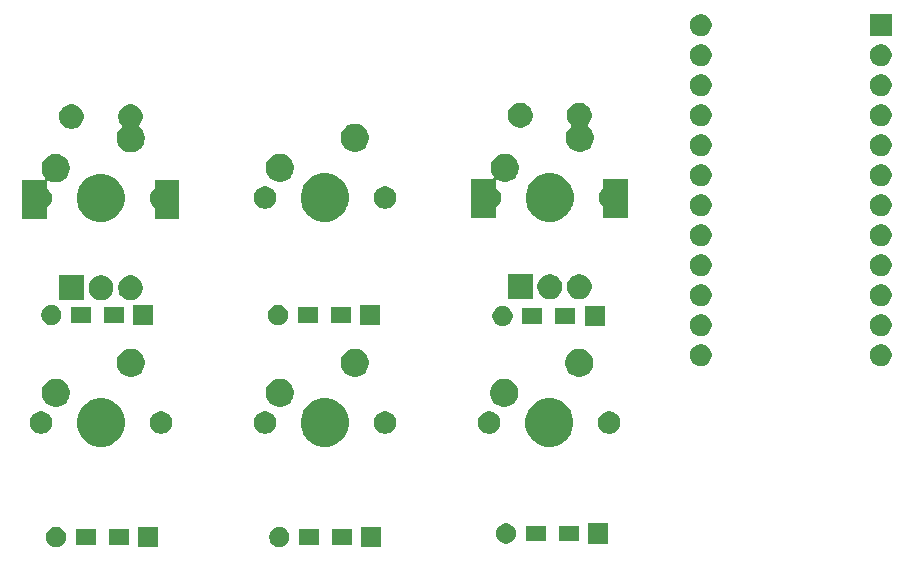
<source format=gts>
G04 #@! TF.GenerationSoftware,KiCad,Pcbnew,(5.1.5)-3*
G04 #@! TF.CreationDate,2020-07-09T22:20:04+02:00*
G04 #@! TF.ProjectId,2x3_macropad,3278335f-6d61-4637-926f-7061642e6b69,rev?*
G04 #@! TF.SameCoordinates,Original*
G04 #@! TF.FileFunction,Soldermask,Top*
G04 #@! TF.FilePolarity,Negative*
%FSLAX46Y46*%
G04 Gerber Fmt 4.6, Leading zero omitted, Abs format (unit mm)*
G04 Created by KiCad (PCBNEW (5.1.5)-3) date 2020-07-09 22:20:04*
%MOMM*%
%LPD*%
G04 APERTURE LIST*
%ADD10C,0.100000*%
G04 APERTURE END LIST*
D10*
G36*
X94251000Y-163251000D02*
G01*
X92549000Y-163251000D01*
X92549000Y-161549000D01*
X94251000Y-161549000D01*
X94251000Y-163251000D01*
G37*
G36*
X85848228Y-161581703D02*
G01*
X86003100Y-161645853D01*
X86142481Y-161738985D01*
X86261015Y-161857519D01*
X86354147Y-161996900D01*
X86418297Y-162151772D01*
X86451000Y-162316184D01*
X86451000Y-162483816D01*
X86418297Y-162648228D01*
X86354147Y-162803100D01*
X86261015Y-162942481D01*
X86142481Y-163061015D01*
X86003100Y-163154147D01*
X85848228Y-163218297D01*
X85683816Y-163251000D01*
X85516184Y-163251000D01*
X85351772Y-163218297D01*
X85196900Y-163154147D01*
X85057519Y-163061015D01*
X84938985Y-162942481D01*
X84845853Y-162803100D01*
X84781703Y-162648228D01*
X84749000Y-162483816D01*
X84749000Y-162316184D01*
X84781703Y-162151772D01*
X84845853Y-161996900D01*
X84938985Y-161857519D01*
X85057519Y-161738985D01*
X85196900Y-161645853D01*
X85351772Y-161581703D01*
X85516184Y-161549000D01*
X85683816Y-161549000D01*
X85848228Y-161581703D01*
G37*
G36*
X66948228Y-161581703D02*
G01*
X67103100Y-161645853D01*
X67242481Y-161738985D01*
X67361015Y-161857519D01*
X67454147Y-161996900D01*
X67518297Y-162151772D01*
X67551000Y-162316184D01*
X67551000Y-162483816D01*
X67518297Y-162648228D01*
X67454147Y-162803100D01*
X67361015Y-162942481D01*
X67242481Y-163061015D01*
X67103100Y-163154147D01*
X66948228Y-163218297D01*
X66783816Y-163251000D01*
X66616184Y-163251000D01*
X66451772Y-163218297D01*
X66296900Y-163154147D01*
X66157519Y-163061015D01*
X66038985Y-162942481D01*
X65945853Y-162803100D01*
X65881703Y-162648228D01*
X65849000Y-162483816D01*
X65849000Y-162316184D01*
X65881703Y-162151772D01*
X65945853Y-161996900D01*
X66038985Y-161857519D01*
X66157519Y-161738985D01*
X66296900Y-161645853D01*
X66451772Y-161581703D01*
X66616184Y-161549000D01*
X66783816Y-161549000D01*
X66948228Y-161581703D01*
G37*
G36*
X75351000Y-163251000D02*
G01*
X73649000Y-163251000D01*
X73649000Y-161549000D01*
X75351000Y-161549000D01*
X75351000Y-163251000D01*
G37*
G36*
X72851000Y-163051000D02*
G01*
X71149000Y-163051000D01*
X71149000Y-161749000D01*
X72851000Y-161749000D01*
X72851000Y-163051000D01*
G37*
G36*
X88951000Y-163051000D02*
G01*
X87249000Y-163051000D01*
X87249000Y-161749000D01*
X88951000Y-161749000D01*
X88951000Y-163051000D01*
G37*
G36*
X91751000Y-163051000D02*
G01*
X90049000Y-163051000D01*
X90049000Y-161749000D01*
X91751000Y-161749000D01*
X91751000Y-163051000D01*
G37*
G36*
X70051000Y-163051000D02*
G01*
X68349000Y-163051000D01*
X68349000Y-161749000D01*
X70051000Y-161749000D01*
X70051000Y-163051000D01*
G37*
G36*
X113451000Y-162951000D02*
G01*
X111749000Y-162951000D01*
X111749000Y-161249000D01*
X113451000Y-161249000D01*
X113451000Y-162951000D01*
G37*
G36*
X105048228Y-161281703D02*
G01*
X105203100Y-161345853D01*
X105342481Y-161438985D01*
X105461015Y-161557519D01*
X105554147Y-161696900D01*
X105618297Y-161851772D01*
X105651000Y-162016184D01*
X105651000Y-162183816D01*
X105618297Y-162348228D01*
X105554147Y-162503100D01*
X105461015Y-162642481D01*
X105342481Y-162761015D01*
X105203100Y-162854147D01*
X105048228Y-162918297D01*
X104883816Y-162951000D01*
X104716184Y-162951000D01*
X104551772Y-162918297D01*
X104396900Y-162854147D01*
X104257519Y-162761015D01*
X104138985Y-162642481D01*
X104045853Y-162503100D01*
X103981703Y-162348228D01*
X103949000Y-162183816D01*
X103949000Y-162016184D01*
X103981703Y-161851772D01*
X104045853Y-161696900D01*
X104138985Y-161557519D01*
X104257519Y-161438985D01*
X104396900Y-161345853D01*
X104551772Y-161281703D01*
X104716184Y-161249000D01*
X104883816Y-161249000D01*
X105048228Y-161281703D01*
G37*
G36*
X108151000Y-162751000D02*
G01*
X106449000Y-162751000D01*
X106449000Y-161449000D01*
X108151000Y-161449000D01*
X108151000Y-162751000D01*
G37*
G36*
X110951000Y-162751000D02*
G01*
X109249000Y-162751000D01*
X109249000Y-161449000D01*
X110951000Y-161449000D01*
X110951000Y-162751000D01*
G37*
G36*
X109056474Y-150751184D02*
G01*
X109274474Y-150841483D01*
X109428623Y-150905333D01*
X109763548Y-151129123D01*
X110048377Y-151413952D01*
X110272167Y-151748877D01*
X110294604Y-151803046D01*
X110426316Y-152121026D01*
X110504900Y-152516094D01*
X110504900Y-152918906D01*
X110426316Y-153313974D01*
X110336017Y-153531974D01*
X110272167Y-153686123D01*
X110048377Y-154021048D01*
X109763548Y-154305877D01*
X109428623Y-154529667D01*
X109274474Y-154593517D01*
X109056474Y-154683816D01*
X108661406Y-154762400D01*
X108258594Y-154762400D01*
X107863526Y-154683816D01*
X107645526Y-154593517D01*
X107491377Y-154529667D01*
X107156452Y-154305877D01*
X106871623Y-154021048D01*
X106647833Y-153686123D01*
X106583983Y-153531974D01*
X106493684Y-153313974D01*
X106415100Y-152918906D01*
X106415100Y-152516094D01*
X106493684Y-152121026D01*
X106625396Y-151803046D01*
X106647833Y-151748877D01*
X106871623Y-151413952D01*
X107156452Y-151129123D01*
X107491377Y-150905333D01*
X107645526Y-150841483D01*
X107863526Y-150751184D01*
X108258594Y-150672600D01*
X108661406Y-150672600D01*
X109056474Y-150751184D01*
G37*
G36*
X90056474Y-150751184D02*
G01*
X90274474Y-150841483D01*
X90428623Y-150905333D01*
X90763548Y-151129123D01*
X91048377Y-151413952D01*
X91272167Y-151748877D01*
X91294604Y-151803046D01*
X91426316Y-152121026D01*
X91504900Y-152516094D01*
X91504900Y-152918906D01*
X91426316Y-153313974D01*
X91336017Y-153531974D01*
X91272167Y-153686123D01*
X91048377Y-154021048D01*
X90763548Y-154305877D01*
X90428623Y-154529667D01*
X90274474Y-154593517D01*
X90056474Y-154683816D01*
X89661406Y-154762400D01*
X89258594Y-154762400D01*
X88863526Y-154683816D01*
X88645526Y-154593517D01*
X88491377Y-154529667D01*
X88156452Y-154305877D01*
X87871623Y-154021048D01*
X87647833Y-153686123D01*
X87583983Y-153531974D01*
X87493684Y-153313974D01*
X87415100Y-152918906D01*
X87415100Y-152516094D01*
X87493684Y-152121026D01*
X87625396Y-151803046D01*
X87647833Y-151748877D01*
X87871623Y-151413952D01*
X88156452Y-151129123D01*
X88491377Y-150905333D01*
X88645526Y-150841483D01*
X88863526Y-150751184D01*
X89258594Y-150672600D01*
X89661406Y-150672600D01*
X90056474Y-150751184D01*
G37*
G36*
X71096474Y-150751184D02*
G01*
X71314474Y-150841483D01*
X71468623Y-150905333D01*
X71803548Y-151129123D01*
X72088377Y-151413952D01*
X72312167Y-151748877D01*
X72334604Y-151803046D01*
X72466316Y-152121026D01*
X72544900Y-152516094D01*
X72544900Y-152918906D01*
X72466316Y-153313974D01*
X72376017Y-153531974D01*
X72312167Y-153686123D01*
X72088377Y-154021048D01*
X71803548Y-154305877D01*
X71468623Y-154529667D01*
X71314474Y-154593517D01*
X71096474Y-154683816D01*
X70701406Y-154762400D01*
X70298594Y-154762400D01*
X69903526Y-154683816D01*
X69685526Y-154593517D01*
X69531377Y-154529667D01*
X69196452Y-154305877D01*
X68911623Y-154021048D01*
X68687833Y-153686123D01*
X68623983Y-153531974D01*
X68533684Y-153313974D01*
X68455100Y-152918906D01*
X68455100Y-152516094D01*
X68533684Y-152121026D01*
X68665396Y-151803046D01*
X68687833Y-151748877D01*
X68911623Y-151413952D01*
X69196452Y-151129123D01*
X69531377Y-150905333D01*
X69685526Y-150841483D01*
X69903526Y-150751184D01*
X70298594Y-150672600D01*
X70701406Y-150672600D01*
X71096474Y-150751184D01*
G37*
G36*
X84657395Y-151803046D02*
G01*
X84830466Y-151874734D01*
X84830467Y-151874735D01*
X84986227Y-151978810D01*
X85118690Y-152111273D01*
X85171081Y-152189682D01*
X85222766Y-152267034D01*
X85294454Y-152440105D01*
X85331000Y-152623833D01*
X85331000Y-152811167D01*
X85294454Y-152994895D01*
X85222766Y-153167966D01*
X85222765Y-153167967D01*
X85118690Y-153323727D01*
X84986227Y-153456190D01*
X84907818Y-153508581D01*
X84830466Y-153560266D01*
X84657395Y-153631954D01*
X84473667Y-153668500D01*
X84286333Y-153668500D01*
X84102605Y-153631954D01*
X83929534Y-153560266D01*
X83852182Y-153508581D01*
X83773773Y-153456190D01*
X83641310Y-153323727D01*
X83537235Y-153167967D01*
X83537234Y-153167966D01*
X83465546Y-152994895D01*
X83429000Y-152811167D01*
X83429000Y-152623833D01*
X83465546Y-152440105D01*
X83537234Y-152267034D01*
X83588919Y-152189682D01*
X83641310Y-152111273D01*
X83773773Y-151978810D01*
X83929533Y-151874735D01*
X83929534Y-151874734D01*
X84102605Y-151803046D01*
X84286333Y-151766500D01*
X84473667Y-151766500D01*
X84657395Y-151803046D01*
G37*
G36*
X65697395Y-151803046D02*
G01*
X65870466Y-151874734D01*
X65870467Y-151874735D01*
X66026227Y-151978810D01*
X66158690Y-152111273D01*
X66211081Y-152189682D01*
X66262766Y-152267034D01*
X66334454Y-152440105D01*
X66371000Y-152623833D01*
X66371000Y-152811167D01*
X66334454Y-152994895D01*
X66262766Y-153167966D01*
X66262765Y-153167967D01*
X66158690Y-153323727D01*
X66026227Y-153456190D01*
X65947818Y-153508581D01*
X65870466Y-153560266D01*
X65697395Y-153631954D01*
X65513667Y-153668500D01*
X65326333Y-153668500D01*
X65142605Y-153631954D01*
X64969534Y-153560266D01*
X64892182Y-153508581D01*
X64813773Y-153456190D01*
X64681310Y-153323727D01*
X64577235Y-153167967D01*
X64577234Y-153167966D01*
X64505546Y-152994895D01*
X64469000Y-152811167D01*
X64469000Y-152623833D01*
X64505546Y-152440105D01*
X64577234Y-152267034D01*
X64628919Y-152189682D01*
X64681310Y-152111273D01*
X64813773Y-151978810D01*
X64969533Y-151874735D01*
X64969534Y-151874734D01*
X65142605Y-151803046D01*
X65326333Y-151766500D01*
X65513667Y-151766500D01*
X65697395Y-151803046D01*
G37*
G36*
X75857395Y-151803046D02*
G01*
X76030466Y-151874734D01*
X76030467Y-151874735D01*
X76186227Y-151978810D01*
X76318690Y-152111273D01*
X76371081Y-152189682D01*
X76422766Y-152267034D01*
X76494454Y-152440105D01*
X76531000Y-152623833D01*
X76531000Y-152811167D01*
X76494454Y-152994895D01*
X76422766Y-153167966D01*
X76422765Y-153167967D01*
X76318690Y-153323727D01*
X76186227Y-153456190D01*
X76107818Y-153508581D01*
X76030466Y-153560266D01*
X75857395Y-153631954D01*
X75673667Y-153668500D01*
X75486333Y-153668500D01*
X75302605Y-153631954D01*
X75129534Y-153560266D01*
X75052182Y-153508581D01*
X74973773Y-153456190D01*
X74841310Y-153323727D01*
X74737235Y-153167967D01*
X74737234Y-153167966D01*
X74665546Y-152994895D01*
X74629000Y-152811167D01*
X74629000Y-152623833D01*
X74665546Y-152440105D01*
X74737234Y-152267034D01*
X74788919Y-152189682D01*
X74841310Y-152111273D01*
X74973773Y-151978810D01*
X75129533Y-151874735D01*
X75129534Y-151874734D01*
X75302605Y-151803046D01*
X75486333Y-151766500D01*
X75673667Y-151766500D01*
X75857395Y-151803046D01*
G37*
G36*
X113817395Y-151803046D02*
G01*
X113990466Y-151874734D01*
X113990467Y-151874735D01*
X114146227Y-151978810D01*
X114278690Y-152111273D01*
X114331081Y-152189682D01*
X114382766Y-152267034D01*
X114454454Y-152440105D01*
X114491000Y-152623833D01*
X114491000Y-152811167D01*
X114454454Y-152994895D01*
X114382766Y-153167966D01*
X114382765Y-153167967D01*
X114278690Y-153323727D01*
X114146227Y-153456190D01*
X114067818Y-153508581D01*
X113990466Y-153560266D01*
X113817395Y-153631954D01*
X113633667Y-153668500D01*
X113446333Y-153668500D01*
X113262605Y-153631954D01*
X113089534Y-153560266D01*
X113012182Y-153508581D01*
X112933773Y-153456190D01*
X112801310Y-153323727D01*
X112697235Y-153167967D01*
X112697234Y-153167966D01*
X112625546Y-152994895D01*
X112589000Y-152811167D01*
X112589000Y-152623833D01*
X112625546Y-152440105D01*
X112697234Y-152267034D01*
X112748919Y-152189682D01*
X112801310Y-152111273D01*
X112933773Y-151978810D01*
X113089533Y-151874735D01*
X113089534Y-151874734D01*
X113262605Y-151803046D01*
X113446333Y-151766500D01*
X113633667Y-151766500D01*
X113817395Y-151803046D01*
G37*
G36*
X103657395Y-151803046D02*
G01*
X103830466Y-151874734D01*
X103830467Y-151874735D01*
X103986227Y-151978810D01*
X104118690Y-152111273D01*
X104171081Y-152189682D01*
X104222766Y-152267034D01*
X104294454Y-152440105D01*
X104331000Y-152623833D01*
X104331000Y-152811167D01*
X104294454Y-152994895D01*
X104222766Y-153167966D01*
X104222765Y-153167967D01*
X104118690Y-153323727D01*
X103986227Y-153456190D01*
X103907818Y-153508581D01*
X103830466Y-153560266D01*
X103657395Y-153631954D01*
X103473667Y-153668500D01*
X103286333Y-153668500D01*
X103102605Y-153631954D01*
X102929534Y-153560266D01*
X102852182Y-153508581D01*
X102773773Y-153456190D01*
X102641310Y-153323727D01*
X102537235Y-153167967D01*
X102537234Y-153167966D01*
X102465546Y-152994895D01*
X102429000Y-152811167D01*
X102429000Y-152623833D01*
X102465546Y-152440105D01*
X102537234Y-152267034D01*
X102588919Y-152189682D01*
X102641310Y-152111273D01*
X102773773Y-151978810D01*
X102929533Y-151874735D01*
X102929534Y-151874734D01*
X103102605Y-151803046D01*
X103286333Y-151766500D01*
X103473667Y-151766500D01*
X103657395Y-151803046D01*
G37*
G36*
X94817395Y-151803046D02*
G01*
X94990466Y-151874734D01*
X94990467Y-151874735D01*
X95146227Y-151978810D01*
X95278690Y-152111273D01*
X95331081Y-152189682D01*
X95382766Y-152267034D01*
X95454454Y-152440105D01*
X95491000Y-152623833D01*
X95491000Y-152811167D01*
X95454454Y-152994895D01*
X95382766Y-153167966D01*
X95382765Y-153167967D01*
X95278690Y-153323727D01*
X95146227Y-153456190D01*
X95067818Y-153508581D01*
X94990466Y-153560266D01*
X94817395Y-153631954D01*
X94633667Y-153668500D01*
X94446333Y-153668500D01*
X94262605Y-153631954D01*
X94089534Y-153560266D01*
X94012182Y-153508581D01*
X93933773Y-153456190D01*
X93801310Y-153323727D01*
X93697235Y-153167967D01*
X93697234Y-153167966D01*
X93625546Y-152994895D01*
X93589000Y-152811167D01*
X93589000Y-152623833D01*
X93625546Y-152440105D01*
X93697234Y-152267034D01*
X93748919Y-152189682D01*
X93801310Y-152111273D01*
X93933773Y-151978810D01*
X94089533Y-151874735D01*
X94089534Y-151874734D01*
X94262605Y-151803046D01*
X94446333Y-151766500D01*
X94633667Y-151766500D01*
X94817395Y-151803046D01*
G37*
G36*
X104998276Y-149029384D02*
G01*
X105215569Y-149119390D01*
X105215571Y-149119391D01*
X105411130Y-149250060D01*
X105577440Y-149416370D01*
X105708110Y-149611931D01*
X105798116Y-149829224D01*
X105844000Y-150059900D01*
X105844000Y-150295100D01*
X105798116Y-150525776D01*
X105737299Y-150672600D01*
X105708109Y-150743071D01*
X105577440Y-150938630D01*
X105411130Y-151104940D01*
X105215571Y-151235609D01*
X105215570Y-151235610D01*
X105215569Y-151235610D01*
X104998276Y-151325616D01*
X104767600Y-151371500D01*
X104532400Y-151371500D01*
X104301724Y-151325616D01*
X104084431Y-151235610D01*
X104084430Y-151235610D01*
X104084429Y-151235609D01*
X103888870Y-151104940D01*
X103722560Y-150938630D01*
X103591891Y-150743071D01*
X103562701Y-150672600D01*
X103501884Y-150525776D01*
X103456000Y-150295100D01*
X103456000Y-150059900D01*
X103501884Y-149829224D01*
X103591890Y-149611931D01*
X103722560Y-149416370D01*
X103888870Y-149250060D01*
X104084429Y-149119391D01*
X104084431Y-149119390D01*
X104301724Y-149029384D01*
X104532400Y-148983500D01*
X104767600Y-148983500D01*
X104998276Y-149029384D01*
G37*
G36*
X67038276Y-149029384D02*
G01*
X67255569Y-149119390D01*
X67255571Y-149119391D01*
X67451130Y-149250060D01*
X67617440Y-149416370D01*
X67748110Y-149611931D01*
X67838116Y-149829224D01*
X67884000Y-150059900D01*
X67884000Y-150295100D01*
X67838116Y-150525776D01*
X67777299Y-150672600D01*
X67748109Y-150743071D01*
X67617440Y-150938630D01*
X67451130Y-151104940D01*
X67255571Y-151235609D01*
X67255570Y-151235610D01*
X67255569Y-151235610D01*
X67038276Y-151325616D01*
X66807600Y-151371500D01*
X66572400Y-151371500D01*
X66341724Y-151325616D01*
X66124431Y-151235610D01*
X66124430Y-151235610D01*
X66124429Y-151235609D01*
X65928870Y-151104940D01*
X65762560Y-150938630D01*
X65631891Y-150743071D01*
X65602701Y-150672600D01*
X65541884Y-150525776D01*
X65496000Y-150295100D01*
X65496000Y-150059900D01*
X65541884Y-149829224D01*
X65631890Y-149611931D01*
X65762560Y-149416370D01*
X65928870Y-149250060D01*
X66124429Y-149119391D01*
X66124431Y-149119390D01*
X66341724Y-149029384D01*
X66572400Y-148983500D01*
X66807600Y-148983500D01*
X67038276Y-149029384D01*
G37*
G36*
X85998276Y-149029384D02*
G01*
X86215569Y-149119390D01*
X86215571Y-149119391D01*
X86411130Y-149250060D01*
X86577440Y-149416370D01*
X86708110Y-149611931D01*
X86798116Y-149829224D01*
X86844000Y-150059900D01*
X86844000Y-150295100D01*
X86798116Y-150525776D01*
X86737299Y-150672600D01*
X86708109Y-150743071D01*
X86577440Y-150938630D01*
X86411130Y-151104940D01*
X86215571Y-151235609D01*
X86215570Y-151235610D01*
X86215569Y-151235610D01*
X85998276Y-151325616D01*
X85767600Y-151371500D01*
X85532400Y-151371500D01*
X85301724Y-151325616D01*
X85084431Y-151235610D01*
X85084430Y-151235610D01*
X85084429Y-151235609D01*
X84888870Y-151104940D01*
X84722560Y-150938630D01*
X84591891Y-150743071D01*
X84562701Y-150672600D01*
X84501884Y-150525776D01*
X84456000Y-150295100D01*
X84456000Y-150059900D01*
X84501884Y-149829224D01*
X84591890Y-149611931D01*
X84722560Y-149416370D01*
X84888870Y-149250060D01*
X85084429Y-149119391D01*
X85084431Y-149119390D01*
X85301724Y-149029384D01*
X85532400Y-148983500D01*
X85767600Y-148983500D01*
X85998276Y-149029384D01*
G37*
G36*
X92348276Y-146489384D02*
G01*
X92565569Y-146579390D01*
X92565571Y-146579391D01*
X92761130Y-146710060D01*
X92927440Y-146876370D01*
X93058110Y-147071931D01*
X93148116Y-147289224D01*
X93194000Y-147519900D01*
X93194000Y-147755100D01*
X93148116Y-147985776D01*
X93058110Y-148203069D01*
X93058109Y-148203071D01*
X92927440Y-148398630D01*
X92761130Y-148564940D01*
X92565571Y-148695609D01*
X92565570Y-148695610D01*
X92565569Y-148695610D01*
X92348276Y-148785616D01*
X92117600Y-148831500D01*
X91882400Y-148831500D01*
X91651724Y-148785616D01*
X91434431Y-148695610D01*
X91434430Y-148695610D01*
X91434429Y-148695609D01*
X91238870Y-148564940D01*
X91072560Y-148398630D01*
X90941891Y-148203071D01*
X90941890Y-148203069D01*
X90851884Y-147985776D01*
X90806000Y-147755100D01*
X90806000Y-147519900D01*
X90851884Y-147289224D01*
X90941890Y-147071931D01*
X91072560Y-146876370D01*
X91238870Y-146710060D01*
X91434429Y-146579391D01*
X91434431Y-146579390D01*
X91651724Y-146489384D01*
X91882400Y-146443500D01*
X92117600Y-146443500D01*
X92348276Y-146489384D01*
G37*
G36*
X111348276Y-146489384D02*
G01*
X111565569Y-146579390D01*
X111565571Y-146579391D01*
X111761130Y-146710060D01*
X111927440Y-146876370D01*
X112058110Y-147071931D01*
X112148116Y-147289224D01*
X112194000Y-147519900D01*
X112194000Y-147755100D01*
X112148116Y-147985776D01*
X112058110Y-148203069D01*
X112058109Y-148203071D01*
X111927440Y-148398630D01*
X111761130Y-148564940D01*
X111565571Y-148695609D01*
X111565570Y-148695610D01*
X111565569Y-148695610D01*
X111348276Y-148785616D01*
X111117600Y-148831500D01*
X110882400Y-148831500D01*
X110651724Y-148785616D01*
X110434431Y-148695610D01*
X110434430Y-148695610D01*
X110434429Y-148695609D01*
X110238870Y-148564940D01*
X110072560Y-148398630D01*
X109941891Y-148203071D01*
X109941890Y-148203069D01*
X109851884Y-147985776D01*
X109806000Y-147755100D01*
X109806000Y-147519900D01*
X109851884Y-147289224D01*
X109941890Y-147071931D01*
X110072560Y-146876370D01*
X110238870Y-146710060D01*
X110434429Y-146579391D01*
X110434431Y-146579390D01*
X110651724Y-146489384D01*
X110882400Y-146443500D01*
X111117600Y-146443500D01*
X111348276Y-146489384D01*
G37*
G36*
X73388276Y-146489384D02*
G01*
X73605569Y-146579390D01*
X73605571Y-146579391D01*
X73801130Y-146710060D01*
X73967440Y-146876370D01*
X74098110Y-147071931D01*
X74188116Y-147289224D01*
X74234000Y-147519900D01*
X74234000Y-147755100D01*
X74188116Y-147985776D01*
X74098110Y-148203069D01*
X74098109Y-148203071D01*
X73967440Y-148398630D01*
X73801130Y-148564940D01*
X73605571Y-148695609D01*
X73605570Y-148695610D01*
X73605569Y-148695610D01*
X73388276Y-148785616D01*
X73157600Y-148831500D01*
X72922400Y-148831500D01*
X72691724Y-148785616D01*
X72474431Y-148695610D01*
X72474430Y-148695610D01*
X72474429Y-148695609D01*
X72278870Y-148564940D01*
X72112560Y-148398630D01*
X71981891Y-148203071D01*
X71981890Y-148203069D01*
X71891884Y-147985776D01*
X71846000Y-147755100D01*
X71846000Y-147519900D01*
X71891884Y-147289224D01*
X71981890Y-147071931D01*
X72112560Y-146876370D01*
X72278870Y-146710060D01*
X72474429Y-146579391D01*
X72474431Y-146579390D01*
X72691724Y-146489384D01*
X72922400Y-146443500D01*
X73157600Y-146443500D01*
X73388276Y-146489384D01*
G37*
G36*
X121555483Y-146110835D02*
G01*
X121724240Y-146180736D01*
X121876118Y-146282218D01*
X122005282Y-146411382D01*
X122106764Y-146563260D01*
X122176665Y-146732017D01*
X122212300Y-146911168D01*
X122212300Y-147093832D01*
X122176665Y-147272983D01*
X122106764Y-147441740D01*
X122005282Y-147593618D01*
X121876118Y-147722782D01*
X121724240Y-147824264D01*
X121555483Y-147894165D01*
X121376332Y-147929800D01*
X121193668Y-147929800D01*
X121014517Y-147894165D01*
X120845760Y-147824264D01*
X120693882Y-147722782D01*
X120564718Y-147593618D01*
X120463236Y-147441740D01*
X120393335Y-147272983D01*
X120357700Y-147093832D01*
X120357700Y-146911168D01*
X120393335Y-146732017D01*
X120463236Y-146563260D01*
X120564718Y-146411382D01*
X120693882Y-146282218D01*
X120845760Y-146180736D01*
X121014517Y-146110835D01*
X121193668Y-146075200D01*
X121376332Y-146075200D01*
X121555483Y-146110835D01*
G37*
G36*
X136795483Y-146110835D02*
G01*
X136964240Y-146180736D01*
X137116118Y-146282218D01*
X137245282Y-146411382D01*
X137346764Y-146563260D01*
X137416665Y-146732017D01*
X137452300Y-146911168D01*
X137452300Y-147093832D01*
X137416665Y-147272983D01*
X137346764Y-147441740D01*
X137245282Y-147593618D01*
X137116118Y-147722782D01*
X136964240Y-147824264D01*
X136795483Y-147894165D01*
X136616332Y-147929800D01*
X136433668Y-147929800D01*
X136254517Y-147894165D01*
X136085760Y-147824264D01*
X135933882Y-147722782D01*
X135804718Y-147593618D01*
X135703236Y-147441740D01*
X135633335Y-147272983D01*
X135597700Y-147093832D01*
X135597700Y-146911168D01*
X135633335Y-146732017D01*
X135703236Y-146563260D01*
X135804718Y-146411382D01*
X135933882Y-146282218D01*
X136085760Y-146180736D01*
X136254517Y-146110835D01*
X136433668Y-146075200D01*
X136616332Y-146075200D01*
X136795483Y-146110835D01*
G37*
G36*
X136795483Y-143570835D02*
G01*
X136964240Y-143640736D01*
X137116118Y-143742218D01*
X137245282Y-143871382D01*
X137346764Y-144023260D01*
X137416665Y-144192017D01*
X137452300Y-144371168D01*
X137452300Y-144553832D01*
X137416665Y-144732983D01*
X137346764Y-144901740D01*
X137245282Y-145053618D01*
X137116118Y-145182782D01*
X136964240Y-145284264D01*
X136795483Y-145354165D01*
X136616332Y-145389800D01*
X136433668Y-145389800D01*
X136254517Y-145354165D01*
X136085760Y-145284264D01*
X135933882Y-145182782D01*
X135804718Y-145053618D01*
X135703236Y-144901740D01*
X135633335Y-144732983D01*
X135597700Y-144553832D01*
X135597700Y-144371168D01*
X135633335Y-144192017D01*
X135703236Y-144023260D01*
X135804718Y-143871382D01*
X135933882Y-143742218D01*
X136085760Y-143640736D01*
X136254517Y-143570835D01*
X136433668Y-143535200D01*
X136616332Y-143535200D01*
X136795483Y-143570835D01*
G37*
G36*
X121555483Y-143570835D02*
G01*
X121724240Y-143640736D01*
X121876118Y-143742218D01*
X122005282Y-143871382D01*
X122106764Y-144023260D01*
X122176665Y-144192017D01*
X122212300Y-144371168D01*
X122212300Y-144553832D01*
X122176665Y-144732983D01*
X122106764Y-144901740D01*
X122005282Y-145053618D01*
X121876118Y-145182782D01*
X121724240Y-145284264D01*
X121555483Y-145354165D01*
X121376332Y-145389800D01*
X121193668Y-145389800D01*
X121014517Y-145354165D01*
X120845760Y-145284264D01*
X120693882Y-145182782D01*
X120564718Y-145053618D01*
X120463236Y-144901740D01*
X120393335Y-144732983D01*
X120357700Y-144553832D01*
X120357700Y-144371168D01*
X120393335Y-144192017D01*
X120463236Y-144023260D01*
X120564718Y-143871382D01*
X120693882Y-143742218D01*
X120845760Y-143640736D01*
X121014517Y-143570835D01*
X121193668Y-143535200D01*
X121376332Y-143535200D01*
X121555483Y-143570835D01*
G37*
G36*
X104748228Y-142881703D02*
G01*
X104903100Y-142945853D01*
X105042481Y-143038985D01*
X105161015Y-143157519D01*
X105254147Y-143296900D01*
X105318297Y-143451772D01*
X105351000Y-143616184D01*
X105351000Y-143783816D01*
X105318297Y-143948228D01*
X105254147Y-144103100D01*
X105161015Y-144242481D01*
X105042481Y-144361015D01*
X104903100Y-144454147D01*
X104748228Y-144518297D01*
X104583816Y-144551000D01*
X104416184Y-144551000D01*
X104251772Y-144518297D01*
X104096900Y-144454147D01*
X103957519Y-144361015D01*
X103838985Y-144242481D01*
X103745853Y-144103100D01*
X103681703Y-143948228D01*
X103649000Y-143783816D01*
X103649000Y-143616184D01*
X103681703Y-143451772D01*
X103745853Y-143296900D01*
X103838985Y-143157519D01*
X103957519Y-143038985D01*
X104096900Y-142945853D01*
X104251772Y-142881703D01*
X104416184Y-142849000D01*
X104583816Y-142849000D01*
X104748228Y-142881703D01*
G37*
G36*
X113151000Y-144551000D02*
G01*
X111449000Y-144551000D01*
X111449000Y-142849000D01*
X113151000Y-142849000D01*
X113151000Y-144551000D01*
G37*
G36*
X74951000Y-144451000D02*
G01*
X73249000Y-144451000D01*
X73249000Y-142749000D01*
X74951000Y-142749000D01*
X74951000Y-144451000D01*
G37*
G36*
X66548228Y-142781703D02*
G01*
X66703100Y-142845853D01*
X66842481Y-142938985D01*
X66961015Y-143057519D01*
X67054147Y-143196900D01*
X67118297Y-143351772D01*
X67151000Y-143516184D01*
X67151000Y-143683816D01*
X67118297Y-143848228D01*
X67054147Y-144003100D01*
X66961015Y-144142481D01*
X66842481Y-144261015D01*
X66703100Y-144354147D01*
X66548228Y-144418297D01*
X66383816Y-144451000D01*
X66216184Y-144451000D01*
X66051772Y-144418297D01*
X65896900Y-144354147D01*
X65757519Y-144261015D01*
X65638985Y-144142481D01*
X65545853Y-144003100D01*
X65481703Y-143848228D01*
X65449000Y-143683816D01*
X65449000Y-143516184D01*
X65481703Y-143351772D01*
X65545853Y-143196900D01*
X65638985Y-143057519D01*
X65757519Y-142938985D01*
X65896900Y-142845853D01*
X66051772Y-142781703D01*
X66216184Y-142749000D01*
X66383816Y-142749000D01*
X66548228Y-142781703D01*
G37*
G36*
X94151000Y-144451000D02*
G01*
X92449000Y-144451000D01*
X92449000Y-142749000D01*
X94151000Y-142749000D01*
X94151000Y-144451000D01*
G37*
G36*
X85748228Y-142781703D02*
G01*
X85903100Y-142845853D01*
X86042481Y-142938985D01*
X86161015Y-143057519D01*
X86254147Y-143196900D01*
X86318297Y-143351772D01*
X86351000Y-143516184D01*
X86351000Y-143683816D01*
X86318297Y-143848228D01*
X86254147Y-144003100D01*
X86161015Y-144142481D01*
X86042481Y-144261015D01*
X85903100Y-144354147D01*
X85748228Y-144418297D01*
X85583816Y-144451000D01*
X85416184Y-144451000D01*
X85251772Y-144418297D01*
X85096900Y-144354147D01*
X84957519Y-144261015D01*
X84838985Y-144142481D01*
X84745853Y-144003100D01*
X84681703Y-143848228D01*
X84649000Y-143683816D01*
X84649000Y-143516184D01*
X84681703Y-143351772D01*
X84745853Y-143196900D01*
X84838985Y-143057519D01*
X84957519Y-142938985D01*
X85096900Y-142845853D01*
X85251772Y-142781703D01*
X85416184Y-142749000D01*
X85583816Y-142749000D01*
X85748228Y-142781703D01*
G37*
G36*
X110651000Y-144351000D02*
G01*
X108949000Y-144351000D01*
X108949000Y-143049000D01*
X110651000Y-143049000D01*
X110651000Y-144351000D01*
G37*
G36*
X107851000Y-144351000D02*
G01*
X106149000Y-144351000D01*
X106149000Y-143049000D01*
X107851000Y-143049000D01*
X107851000Y-144351000D01*
G37*
G36*
X88851000Y-144251000D02*
G01*
X87149000Y-144251000D01*
X87149000Y-142949000D01*
X88851000Y-142949000D01*
X88851000Y-144251000D01*
G37*
G36*
X91651000Y-144251000D02*
G01*
X89949000Y-144251000D01*
X89949000Y-142949000D01*
X91651000Y-142949000D01*
X91651000Y-144251000D01*
G37*
G36*
X72451000Y-144251000D02*
G01*
X70749000Y-144251000D01*
X70749000Y-142949000D01*
X72451000Y-142949000D01*
X72451000Y-144251000D01*
G37*
G36*
X69651000Y-144251000D02*
G01*
X67949000Y-144251000D01*
X67949000Y-142949000D01*
X69651000Y-142949000D01*
X69651000Y-144251000D01*
G37*
G36*
X136795483Y-141030835D02*
G01*
X136964240Y-141100736D01*
X137116118Y-141202218D01*
X137245282Y-141331382D01*
X137346764Y-141483260D01*
X137416665Y-141652017D01*
X137452300Y-141831168D01*
X137452300Y-142013832D01*
X137416665Y-142192983D01*
X137346764Y-142361740D01*
X137245282Y-142513618D01*
X137116118Y-142642782D01*
X136964240Y-142744264D01*
X136795483Y-142814165D01*
X136616332Y-142849800D01*
X136433668Y-142849800D01*
X136254517Y-142814165D01*
X136085760Y-142744264D01*
X135933882Y-142642782D01*
X135804718Y-142513618D01*
X135703236Y-142361740D01*
X135633335Y-142192983D01*
X135597700Y-142013832D01*
X135597700Y-141831168D01*
X135633335Y-141652017D01*
X135703236Y-141483260D01*
X135804718Y-141331382D01*
X135933882Y-141202218D01*
X136085760Y-141100736D01*
X136254517Y-141030835D01*
X136433668Y-140995200D01*
X136616332Y-140995200D01*
X136795483Y-141030835D01*
G37*
G36*
X121555483Y-141030835D02*
G01*
X121724240Y-141100736D01*
X121876118Y-141202218D01*
X122005282Y-141331382D01*
X122106764Y-141483260D01*
X122176665Y-141652017D01*
X122212300Y-141831168D01*
X122212300Y-142013832D01*
X122176665Y-142192983D01*
X122106764Y-142361740D01*
X122005282Y-142513618D01*
X121876118Y-142642782D01*
X121724240Y-142744264D01*
X121555483Y-142814165D01*
X121376332Y-142849800D01*
X121193668Y-142849800D01*
X121014517Y-142814165D01*
X120845760Y-142744264D01*
X120693882Y-142642782D01*
X120564718Y-142513618D01*
X120463236Y-142361740D01*
X120393335Y-142192983D01*
X120357700Y-142013832D01*
X120357700Y-141831168D01*
X120393335Y-141652017D01*
X120463236Y-141483260D01*
X120564718Y-141331382D01*
X120693882Y-141202218D01*
X120845760Y-141100736D01*
X121014517Y-141030835D01*
X121193668Y-140995200D01*
X121376332Y-140995200D01*
X121555483Y-141030835D01*
G37*
G36*
X69051000Y-142351000D02*
G01*
X66949000Y-142351000D01*
X66949000Y-140249000D01*
X69051000Y-140249000D01*
X69051000Y-142351000D01*
G37*
G36*
X73306564Y-140289389D02*
G01*
X73497833Y-140368615D01*
X73497835Y-140368616D01*
X73669973Y-140483635D01*
X73816365Y-140630027D01*
X73931385Y-140802167D01*
X74010611Y-140993436D01*
X74051000Y-141196484D01*
X74051000Y-141403516D01*
X74010611Y-141606564D01*
X73972806Y-141697833D01*
X73931384Y-141797835D01*
X73816365Y-141969973D01*
X73669973Y-142116365D01*
X73497835Y-142231384D01*
X73497834Y-142231385D01*
X73497833Y-142231385D01*
X73306564Y-142310611D01*
X73103516Y-142351000D01*
X72896484Y-142351000D01*
X72693436Y-142310611D01*
X72502167Y-142231385D01*
X72502166Y-142231385D01*
X72502165Y-142231384D01*
X72330027Y-142116365D01*
X72183635Y-141969973D01*
X72068616Y-141797835D01*
X72027194Y-141697833D01*
X71989389Y-141606564D01*
X71949000Y-141403516D01*
X71949000Y-141196484D01*
X71989389Y-140993436D01*
X72068615Y-140802167D01*
X72183635Y-140630027D01*
X72330027Y-140483635D01*
X72502165Y-140368616D01*
X72502167Y-140368615D01*
X72693436Y-140289389D01*
X72896484Y-140249000D01*
X73103516Y-140249000D01*
X73306564Y-140289389D01*
G37*
G36*
X70806564Y-140289389D02*
G01*
X70997833Y-140368615D01*
X70997835Y-140368616D01*
X71169973Y-140483635D01*
X71316365Y-140630027D01*
X71431385Y-140802167D01*
X71510611Y-140993436D01*
X71551000Y-141196484D01*
X71551000Y-141403516D01*
X71510611Y-141606564D01*
X71472806Y-141697833D01*
X71431384Y-141797835D01*
X71316365Y-141969973D01*
X71169973Y-142116365D01*
X70997835Y-142231384D01*
X70997834Y-142231385D01*
X70997833Y-142231385D01*
X70806564Y-142310611D01*
X70603516Y-142351000D01*
X70396484Y-142351000D01*
X70193436Y-142310611D01*
X70002167Y-142231385D01*
X70002166Y-142231385D01*
X70002165Y-142231384D01*
X69830027Y-142116365D01*
X69683635Y-141969973D01*
X69568616Y-141797835D01*
X69527194Y-141697833D01*
X69489389Y-141606564D01*
X69449000Y-141403516D01*
X69449000Y-141196484D01*
X69489389Y-140993436D01*
X69568615Y-140802167D01*
X69683635Y-140630027D01*
X69830027Y-140483635D01*
X70002165Y-140368616D01*
X70002167Y-140368615D01*
X70193436Y-140289389D01*
X70396484Y-140249000D01*
X70603516Y-140249000D01*
X70806564Y-140289389D01*
G37*
G36*
X108806564Y-140189389D02*
G01*
X108997833Y-140268615D01*
X108997835Y-140268616D01*
X109028924Y-140289389D01*
X109169973Y-140383635D01*
X109316365Y-140530027D01*
X109431385Y-140702167D01*
X109510611Y-140893436D01*
X109551000Y-141096484D01*
X109551000Y-141303516D01*
X109510611Y-141506564D01*
X109431385Y-141697833D01*
X109431384Y-141697835D01*
X109316365Y-141869973D01*
X109169973Y-142016365D01*
X108997835Y-142131384D01*
X108997834Y-142131385D01*
X108997833Y-142131385D01*
X108806564Y-142210611D01*
X108603516Y-142251000D01*
X108396484Y-142251000D01*
X108193436Y-142210611D01*
X108002167Y-142131385D01*
X108002166Y-142131385D01*
X108002165Y-142131384D01*
X107830027Y-142016365D01*
X107683635Y-141869973D01*
X107568616Y-141697835D01*
X107568615Y-141697833D01*
X107489389Y-141506564D01*
X107449000Y-141303516D01*
X107449000Y-141096484D01*
X107489389Y-140893436D01*
X107568615Y-140702167D01*
X107683635Y-140530027D01*
X107830027Y-140383635D01*
X107971076Y-140289389D01*
X108002165Y-140268616D01*
X108002167Y-140268615D01*
X108193436Y-140189389D01*
X108396484Y-140149000D01*
X108603516Y-140149000D01*
X108806564Y-140189389D01*
G37*
G36*
X111306564Y-140189389D02*
G01*
X111497833Y-140268615D01*
X111497835Y-140268616D01*
X111528924Y-140289389D01*
X111669973Y-140383635D01*
X111816365Y-140530027D01*
X111931385Y-140702167D01*
X112010611Y-140893436D01*
X112051000Y-141096484D01*
X112051000Y-141303516D01*
X112010611Y-141506564D01*
X111931385Y-141697833D01*
X111931384Y-141697835D01*
X111816365Y-141869973D01*
X111669973Y-142016365D01*
X111497835Y-142131384D01*
X111497834Y-142131385D01*
X111497833Y-142131385D01*
X111306564Y-142210611D01*
X111103516Y-142251000D01*
X110896484Y-142251000D01*
X110693436Y-142210611D01*
X110502167Y-142131385D01*
X110502166Y-142131385D01*
X110502165Y-142131384D01*
X110330027Y-142016365D01*
X110183635Y-141869973D01*
X110068616Y-141697835D01*
X110068615Y-141697833D01*
X109989389Y-141506564D01*
X109949000Y-141303516D01*
X109949000Y-141096484D01*
X109989389Y-140893436D01*
X110068615Y-140702167D01*
X110183635Y-140530027D01*
X110330027Y-140383635D01*
X110471076Y-140289389D01*
X110502165Y-140268616D01*
X110502167Y-140268615D01*
X110693436Y-140189389D01*
X110896484Y-140149000D01*
X111103516Y-140149000D01*
X111306564Y-140189389D01*
G37*
G36*
X107051000Y-142251000D02*
G01*
X104949000Y-142251000D01*
X104949000Y-140149000D01*
X107051000Y-140149000D01*
X107051000Y-142251000D01*
G37*
G36*
X136795483Y-138490835D02*
G01*
X136964240Y-138560736D01*
X137116118Y-138662218D01*
X137245282Y-138791382D01*
X137346764Y-138943260D01*
X137416665Y-139112017D01*
X137452300Y-139291168D01*
X137452300Y-139473832D01*
X137416665Y-139652983D01*
X137346764Y-139821740D01*
X137245282Y-139973618D01*
X137116118Y-140102782D01*
X136964240Y-140204264D01*
X136795483Y-140274165D01*
X136616332Y-140309800D01*
X136433668Y-140309800D01*
X136254517Y-140274165D01*
X136085760Y-140204264D01*
X135933882Y-140102782D01*
X135804718Y-139973618D01*
X135703236Y-139821740D01*
X135633335Y-139652983D01*
X135597700Y-139473832D01*
X135597700Y-139291168D01*
X135633335Y-139112017D01*
X135703236Y-138943260D01*
X135804718Y-138791382D01*
X135933882Y-138662218D01*
X136085760Y-138560736D01*
X136254517Y-138490835D01*
X136433668Y-138455200D01*
X136616332Y-138455200D01*
X136795483Y-138490835D01*
G37*
G36*
X121555483Y-138490835D02*
G01*
X121724240Y-138560736D01*
X121876118Y-138662218D01*
X122005282Y-138791382D01*
X122106764Y-138943260D01*
X122176665Y-139112017D01*
X122212300Y-139291168D01*
X122212300Y-139473832D01*
X122176665Y-139652983D01*
X122106764Y-139821740D01*
X122005282Y-139973618D01*
X121876118Y-140102782D01*
X121724240Y-140204264D01*
X121555483Y-140274165D01*
X121376332Y-140309800D01*
X121193668Y-140309800D01*
X121014517Y-140274165D01*
X120845760Y-140204264D01*
X120693882Y-140102782D01*
X120564718Y-139973618D01*
X120463236Y-139821740D01*
X120393335Y-139652983D01*
X120357700Y-139473832D01*
X120357700Y-139291168D01*
X120393335Y-139112017D01*
X120463236Y-138943260D01*
X120564718Y-138791382D01*
X120693882Y-138662218D01*
X120845760Y-138560736D01*
X121014517Y-138490835D01*
X121193668Y-138455200D01*
X121376332Y-138455200D01*
X121555483Y-138490835D01*
G37*
G36*
X121555483Y-135950835D02*
G01*
X121724240Y-136020736D01*
X121876118Y-136122218D01*
X122005282Y-136251382D01*
X122106764Y-136403260D01*
X122176665Y-136572017D01*
X122212300Y-136751168D01*
X122212300Y-136933832D01*
X122176665Y-137112983D01*
X122106764Y-137281740D01*
X122005282Y-137433618D01*
X121876118Y-137562782D01*
X121724240Y-137664264D01*
X121555483Y-137734165D01*
X121376332Y-137769800D01*
X121193668Y-137769800D01*
X121014517Y-137734165D01*
X120845760Y-137664264D01*
X120693882Y-137562782D01*
X120564718Y-137433618D01*
X120463236Y-137281740D01*
X120393335Y-137112983D01*
X120357700Y-136933832D01*
X120357700Y-136751168D01*
X120393335Y-136572017D01*
X120463236Y-136403260D01*
X120564718Y-136251382D01*
X120693882Y-136122218D01*
X120845760Y-136020736D01*
X121014517Y-135950835D01*
X121193668Y-135915200D01*
X121376332Y-135915200D01*
X121555483Y-135950835D01*
G37*
G36*
X136795483Y-135950835D02*
G01*
X136964240Y-136020736D01*
X137116118Y-136122218D01*
X137245282Y-136251382D01*
X137346764Y-136403260D01*
X137416665Y-136572017D01*
X137452300Y-136751168D01*
X137452300Y-136933832D01*
X137416665Y-137112983D01*
X137346764Y-137281740D01*
X137245282Y-137433618D01*
X137116118Y-137562782D01*
X136964240Y-137664264D01*
X136795483Y-137734165D01*
X136616332Y-137769800D01*
X136433668Y-137769800D01*
X136254517Y-137734165D01*
X136085760Y-137664264D01*
X135933882Y-137562782D01*
X135804718Y-137433618D01*
X135703236Y-137281740D01*
X135633335Y-137112983D01*
X135597700Y-136933832D01*
X135597700Y-136751168D01*
X135633335Y-136572017D01*
X135703236Y-136403260D01*
X135804718Y-136251382D01*
X135933882Y-136122218D01*
X136085760Y-136020736D01*
X136254517Y-135950835D01*
X136433668Y-135915200D01*
X136616332Y-135915200D01*
X136795483Y-135950835D01*
G37*
G36*
X71081474Y-131733684D02*
G01*
X71299474Y-131823983D01*
X71453623Y-131887833D01*
X71788548Y-132111623D01*
X72073377Y-132396452D01*
X72297167Y-132731377D01*
X72335837Y-132824735D01*
X72451316Y-133103526D01*
X72529900Y-133498594D01*
X72529900Y-133901406D01*
X72451316Y-134296474D01*
X72377189Y-134475432D01*
X72297167Y-134668623D01*
X72073377Y-135003548D01*
X71788548Y-135288377D01*
X71453623Y-135512167D01*
X71299474Y-135576017D01*
X71081474Y-135666316D01*
X70686406Y-135744900D01*
X70283594Y-135744900D01*
X69888526Y-135666316D01*
X69670526Y-135576017D01*
X69516377Y-135512167D01*
X69181452Y-135288377D01*
X68896623Y-135003548D01*
X68672833Y-134668623D01*
X68592811Y-134475432D01*
X68518684Y-134296474D01*
X68440100Y-133901406D01*
X68440100Y-133498594D01*
X68518684Y-133103526D01*
X68634163Y-132824735D01*
X68672833Y-132731377D01*
X68896623Y-132396452D01*
X69181452Y-132111623D01*
X69516377Y-131887833D01*
X69670526Y-131823983D01*
X69888526Y-131733684D01*
X70283594Y-131655100D01*
X70686406Y-131655100D01*
X71081474Y-131733684D01*
G37*
G36*
X109096474Y-131701184D02*
G01*
X109314474Y-131791483D01*
X109468623Y-131855333D01*
X109803548Y-132079123D01*
X110088377Y-132363952D01*
X110312167Y-132698877D01*
X110334604Y-132753046D01*
X110466316Y-133071026D01*
X110544900Y-133466094D01*
X110544900Y-133868906D01*
X110466316Y-134263974D01*
X110407407Y-134406192D01*
X110312167Y-134636123D01*
X110088377Y-134971048D01*
X109803548Y-135255877D01*
X109468623Y-135479667D01*
X109314474Y-135543517D01*
X109096474Y-135633816D01*
X108701406Y-135712400D01*
X108298594Y-135712400D01*
X107903526Y-135633816D01*
X107685526Y-135543517D01*
X107531377Y-135479667D01*
X107196452Y-135255877D01*
X106911623Y-134971048D01*
X106687833Y-134636123D01*
X106592593Y-134406192D01*
X106533684Y-134263974D01*
X106455100Y-133868906D01*
X106455100Y-133466094D01*
X106533684Y-133071026D01*
X106665396Y-132753046D01*
X106687833Y-132698877D01*
X106911623Y-132363952D01*
X107196452Y-132079123D01*
X107531377Y-131855333D01*
X107685526Y-131791483D01*
X107903526Y-131701184D01*
X108298594Y-131622600D01*
X108701406Y-131622600D01*
X109096474Y-131701184D01*
G37*
G36*
X90056474Y-131701184D02*
G01*
X90274474Y-131791483D01*
X90428623Y-131855333D01*
X90763548Y-132079123D01*
X91048377Y-132363952D01*
X91272167Y-132698877D01*
X91294604Y-132753046D01*
X91426316Y-133071026D01*
X91504900Y-133466094D01*
X91504900Y-133868906D01*
X91426316Y-134263974D01*
X91367407Y-134406192D01*
X91272167Y-134636123D01*
X91048377Y-134971048D01*
X90763548Y-135255877D01*
X90428623Y-135479667D01*
X90274474Y-135543517D01*
X90056474Y-135633816D01*
X89661406Y-135712400D01*
X89258594Y-135712400D01*
X88863526Y-135633816D01*
X88645526Y-135543517D01*
X88491377Y-135479667D01*
X88156452Y-135255877D01*
X87871623Y-134971048D01*
X87647833Y-134636123D01*
X87552593Y-134406192D01*
X87493684Y-134263974D01*
X87415100Y-133868906D01*
X87415100Y-133466094D01*
X87493684Y-133071026D01*
X87625396Y-132753046D01*
X87647833Y-132698877D01*
X87871623Y-132363952D01*
X88156452Y-132079123D01*
X88491377Y-131855333D01*
X88645526Y-131791483D01*
X88863526Y-131701184D01*
X89258594Y-131622600D01*
X89661406Y-131622600D01*
X90056474Y-131701184D01*
G37*
G36*
X67023276Y-130011884D02*
G01*
X67240569Y-130101890D01*
X67240571Y-130101891D01*
X67436130Y-130232560D01*
X67602440Y-130398870D01*
X67733110Y-130594431D01*
X67823116Y-130811724D01*
X67869000Y-131042400D01*
X67869000Y-131277600D01*
X67823116Y-131508276D01*
X67743210Y-131701185D01*
X67733109Y-131725571D01*
X67602440Y-131921130D01*
X67436130Y-132087440D01*
X67240571Y-132218109D01*
X67240570Y-132218110D01*
X67240569Y-132218110D01*
X67023276Y-132308116D01*
X66792600Y-132354000D01*
X66557400Y-132354000D01*
X66326724Y-132308116D01*
X66123834Y-132224076D01*
X66100385Y-132216963D01*
X66075999Y-132214561D01*
X66051613Y-132216963D01*
X66028164Y-132224076D01*
X66006553Y-132235627D01*
X65987611Y-132251172D01*
X65972066Y-132270114D01*
X65960515Y-132291725D01*
X65953402Y-132315174D01*
X65951000Y-132339560D01*
X65951000Y-132854254D01*
X65953402Y-132878640D01*
X65960515Y-132902089D01*
X65972066Y-132923700D01*
X65987611Y-132942642D01*
X66006551Y-132958185D01*
X66011223Y-132961307D01*
X66011227Y-132961310D01*
X66143690Y-133093773D01*
X66196081Y-133172182D01*
X66247766Y-133249534D01*
X66319454Y-133422605D01*
X66356000Y-133606333D01*
X66356000Y-133793667D01*
X66319454Y-133977395D01*
X66247766Y-134150466D01*
X66247765Y-134150467D01*
X66143690Y-134306227D01*
X66011227Y-134438690D01*
X66011224Y-134438692D01*
X66011223Y-134438693D01*
X66006551Y-134441815D01*
X65987609Y-134457360D01*
X65972065Y-134476302D01*
X65960514Y-134497913D01*
X65953401Y-134521362D01*
X65951000Y-134545746D01*
X65951000Y-135451000D01*
X63849000Y-135451000D01*
X63849000Y-132149000D01*
X65673655Y-132149000D01*
X65698041Y-132146598D01*
X65721490Y-132139485D01*
X65743101Y-132127934D01*
X65762043Y-132112389D01*
X65777588Y-132093447D01*
X65789139Y-132071836D01*
X65796252Y-132048387D01*
X65798654Y-132024001D01*
X65796252Y-131999615D01*
X65789139Y-131976166D01*
X65777588Y-131954555D01*
X65762043Y-131935613D01*
X65747560Y-131921130D01*
X65616890Y-131725569D01*
X65526884Y-131508276D01*
X65481000Y-131277600D01*
X65481000Y-131042400D01*
X65526884Y-130811724D01*
X65616890Y-130594431D01*
X65747560Y-130398870D01*
X65913870Y-130232560D01*
X66109429Y-130101891D01*
X66109431Y-130101890D01*
X66326724Y-130011884D01*
X66557400Y-129966000D01*
X66792600Y-129966000D01*
X67023276Y-130011884D01*
G37*
G36*
X77151000Y-135451000D02*
G01*
X75049000Y-135451000D01*
X75049000Y-134565791D01*
X75046598Y-134541405D01*
X75039485Y-134517956D01*
X75027934Y-134496345D01*
X75012389Y-134477403D01*
X74993447Y-134461858D01*
X74963450Y-134441815D01*
X74958773Y-134438690D01*
X74826310Y-134306227D01*
X74722235Y-134150467D01*
X74722234Y-134150466D01*
X74650546Y-133977395D01*
X74614000Y-133793667D01*
X74614000Y-133606333D01*
X74650546Y-133422605D01*
X74722234Y-133249534D01*
X74773919Y-133172182D01*
X74826310Y-133093773D01*
X74958773Y-132961310D01*
X74993449Y-132938140D01*
X75012389Y-132922597D01*
X75027934Y-132903655D01*
X75039485Y-132882044D01*
X75046598Y-132858595D01*
X75049000Y-132834209D01*
X75049000Y-132149000D01*
X77151000Y-132149000D01*
X77151000Y-135451000D01*
G37*
G36*
X105038276Y-129979384D02*
G01*
X105255569Y-130069390D01*
X105255571Y-130069391D01*
X105375911Y-130149800D01*
X105451130Y-130200060D01*
X105617440Y-130366370D01*
X105748110Y-130561931D01*
X105838116Y-130779224D01*
X105884000Y-131009900D01*
X105884000Y-131245100D01*
X105838116Y-131475776D01*
X105777299Y-131622600D01*
X105748109Y-131693071D01*
X105617440Y-131888630D01*
X105451130Y-132054940D01*
X105255571Y-132185609D01*
X105255570Y-132185610D01*
X105255569Y-132185610D01*
X105038276Y-132275616D01*
X104807600Y-132321500D01*
X104572400Y-132321500D01*
X104341724Y-132275616D01*
X104123834Y-132185363D01*
X104100385Y-132178250D01*
X104075999Y-132175848D01*
X104051613Y-132178250D01*
X104028164Y-132185363D01*
X104006553Y-132196914D01*
X103987611Y-132212459D01*
X103972066Y-132231401D01*
X103960515Y-132253012D01*
X103953402Y-132276461D01*
X103951000Y-132300847D01*
X103951000Y-132811732D01*
X103953402Y-132836118D01*
X103960515Y-132859567D01*
X103972066Y-132881178D01*
X103987611Y-132900120D01*
X104006554Y-132915665D01*
X104026227Y-132928810D01*
X104158690Y-133061273D01*
X104180406Y-133093773D01*
X104262766Y-133217034D01*
X104334454Y-133390105D01*
X104371000Y-133573833D01*
X104371000Y-133761167D01*
X104334454Y-133944895D01*
X104262766Y-134117966D01*
X104262765Y-134117967D01*
X104158690Y-134273727D01*
X104026227Y-134406190D01*
X104026224Y-134406192D01*
X104006554Y-134419335D01*
X103987612Y-134434880D01*
X103972066Y-134453822D01*
X103960515Y-134475432D01*
X103953402Y-134498881D01*
X103951000Y-134523268D01*
X103951000Y-135351000D01*
X101849000Y-135351000D01*
X101849000Y-132049000D01*
X103635859Y-132049000D01*
X103660245Y-132046598D01*
X103683694Y-132039485D01*
X103705305Y-132027934D01*
X103724247Y-132012389D01*
X103739792Y-131993447D01*
X103751343Y-131971836D01*
X103758456Y-131948387D01*
X103760858Y-131924001D01*
X103758456Y-131899615D01*
X103751343Y-131876166D01*
X103739792Y-131854555D01*
X103631890Y-131693069D01*
X103541884Y-131475776D01*
X103496000Y-131245100D01*
X103496000Y-131009900D01*
X103541884Y-130779224D01*
X103631890Y-130561931D01*
X103762560Y-130366370D01*
X103928870Y-130200060D01*
X104004089Y-130149800D01*
X104124429Y-130069391D01*
X104124431Y-130069390D01*
X104341724Y-129979384D01*
X104572400Y-129933500D01*
X104807600Y-129933500D01*
X105038276Y-129979384D01*
G37*
G36*
X115151000Y-135351000D02*
G01*
X113049000Y-135351000D01*
X113049000Y-134523268D01*
X113046598Y-134498882D01*
X113039485Y-134475433D01*
X113027934Y-134453822D01*
X113012389Y-134434880D01*
X112993446Y-134419335D01*
X112973776Y-134406192D01*
X112973773Y-134406190D01*
X112841310Y-134273727D01*
X112737235Y-134117967D01*
X112737234Y-134117966D01*
X112665546Y-133944895D01*
X112629000Y-133761167D01*
X112629000Y-133573833D01*
X112665546Y-133390105D01*
X112737234Y-133217034D01*
X112819594Y-133093773D01*
X112841310Y-133061273D01*
X112973773Y-132928810D01*
X112993446Y-132915665D01*
X113012388Y-132900120D01*
X113027934Y-132881178D01*
X113039485Y-132859568D01*
X113046598Y-132836119D01*
X113049000Y-132811732D01*
X113049000Y-132049000D01*
X115151000Y-132049000D01*
X115151000Y-135351000D01*
G37*
G36*
X121555483Y-133410835D02*
G01*
X121724240Y-133480736D01*
X121876118Y-133582218D01*
X122005282Y-133711382D01*
X122106764Y-133863260D01*
X122176665Y-134032017D01*
X122212300Y-134211168D01*
X122212300Y-134393832D01*
X122176665Y-134572983D01*
X122106764Y-134741740D01*
X122005282Y-134893618D01*
X121876118Y-135022782D01*
X121724240Y-135124264D01*
X121555483Y-135194165D01*
X121376332Y-135229800D01*
X121193668Y-135229800D01*
X121014517Y-135194165D01*
X120845760Y-135124264D01*
X120693882Y-135022782D01*
X120564718Y-134893618D01*
X120463236Y-134741740D01*
X120393335Y-134572983D01*
X120357700Y-134393832D01*
X120357700Y-134211168D01*
X120393335Y-134032017D01*
X120463236Y-133863260D01*
X120564718Y-133711382D01*
X120693882Y-133582218D01*
X120845760Y-133480736D01*
X121014517Y-133410835D01*
X121193668Y-133375200D01*
X121376332Y-133375200D01*
X121555483Y-133410835D01*
G37*
G36*
X136795483Y-133410835D02*
G01*
X136964240Y-133480736D01*
X137116118Y-133582218D01*
X137245282Y-133711382D01*
X137346764Y-133863260D01*
X137416665Y-134032017D01*
X137452300Y-134211168D01*
X137452300Y-134393832D01*
X137416665Y-134572983D01*
X137346764Y-134741740D01*
X137245282Y-134893618D01*
X137116118Y-135022782D01*
X136964240Y-135124264D01*
X136795483Y-135194165D01*
X136616332Y-135229800D01*
X136433668Y-135229800D01*
X136254517Y-135194165D01*
X136085760Y-135124264D01*
X135933882Y-135022782D01*
X135804718Y-134893618D01*
X135703236Y-134741740D01*
X135633335Y-134572983D01*
X135597700Y-134393832D01*
X135597700Y-134211168D01*
X135633335Y-134032017D01*
X135703236Y-133863260D01*
X135804718Y-133711382D01*
X135933882Y-133582218D01*
X136085760Y-133480736D01*
X136254517Y-133410835D01*
X136433668Y-133375200D01*
X136616332Y-133375200D01*
X136795483Y-133410835D01*
G37*
G36*
X94817395Y-132753046D02*
G01*
X94990466Y-132824734D01*
X95034646Y-132854254D01*
X95146227Y-132928810D01*
X95278690Y-133061273D01*
X95300406Y-133093773D01*
X95382766Y-133217034D01*
X95454454Y-133390105D01*
X95491000Y-133573833D01*
X95491000Y-133761167D01*
X95454454Y-133944895D01*
X95382766Y-134117966D01*
X95382765Y-134117967D01*
X95278690Y-134273727D01*
X95146227Y-134406190D01*
X95092910Y-134441815D01*
X94990466Y-134510266D01*
X94817395Y-134581954D01*
X94633667Y-134618500D01*
X94446333Y-134618500D01*
X94262605Y-134581954D01*
X94089534Y-134510266D01*
X93987090Y-134441815D01*
X93933773Y-134406190D01*
X93801310Y-134273727D01*
X93697235Y-134117967D01*
X93697234Y-134117966D01*
X93625546Y-133944895D01*
X93589000Y-133761167D01*
X93589000Y-133573833D01*
X93625546Y-133390105D01*
X93697234Y-133217034D01*
X93779594Y-133093773D01*
X93801310Y-133061273D01*
X93933773Y-132928810D01*
X94045354Y-132854254D01*
X94089534Y-132824734D01*
X94262605Y-132753046D01*
X94446333Y-132716500D01*
X94633667Y-132716500D01*
X94817395Y-132753046D01*
G37*
G36*
X84657395Y-132753046D02*
G01*
X84830466Y-132824734D01*
X84874646Y-132854254D01*
X84986227Y-132928810D01*
X85118690Y-133061273D01*
X85140406Y-133093773D01*
X85222766Y-133217034D01*
X85294454Y-133390105D01*
X85331000Y-133573833D01*
X85331000Y-133761167D01*
X85294454Y-133944895D01*
X85222766Y-134117966D01*
X85222765Y-134117967D01*
X85118690Y-134273727D01*
X84986227Y-134406190D01*
X84932910Y-134441815D01*
X84830466Y-134510266D01*
X84657395Y-134581954D01*
X84473667Y-134618500D01*
X84286333Y-134618500D01*
X84102605Y-134581954D01*
X83929534Y-134510266D01*
X83827090Y-134441815D01*
X83773773Y-134406190D01*
X83641310Y-134273727D01*
X83537235Y-134117967D01*
X83537234Y-134117966D01*
X83465546Y-133944895D01*
X83429000Y-133761167D01*
X83429000Y-133573833D01*
X83465546Y-133390105D01*
X83537234Y-133217034D01*
X83619594Y-133093773D01*
X83641310Y-133061273D01*
X83773773Y-132928810D01*
X83885354Y-132854254D01*
X83929534Y-132824734D01*
X84102605Y-132753046D01*
X84286333Y-132716500D01*
X84473667Y-132716500D01*
X84657395Y-132753046D01*
G37*
G36*
X136795483Y-130870835D02*
G01*
X136964240Y-130940736D01*
X137116118Y-131042218D01*
X137245282Y-131171382D01*
X137346764Y-131323260D01*
X137416665Y-131492017D01*
X137452300Y-131671168D01*
X137452300Y-131853832D01*
X137416665Y-132032983D01*
X137346764Y-132201740D01*
X137245282Y-132353618D01*
X137116118Y-132482782D01*
X136964240Y-132584264D01*
X136795483Y-132654165D01*
X136616332Y-132689800D01*
X136433668Y-132689800D01*
X136254517Y-132654165D01*
X136085760Y-132584264D01*
X135933882Y-132482782D01*
X135804718Y-132353618D01*
X135703236Y-132201740D01*
X135633335Y-132032983D01*
X135597700Y-131853832D01*
X135597700Y-131671168D01*
X135633335Y-131492017D01*
X135703236Y-131323260D01*
X135804718Y-131171382D01*
X135933882Y-131042218D01*
X136085760Y-130940736D01*
X136254517Y-130870835D01*
X136433668Y-130835200D01*
X136616332Y-130835200D01*
X136795483Y-130870835D01*
G37*
G36*
X121555483Y-130870835D02*
G01*
X121724240Y-130940736D01*
X121876118Y-131042218D01*
X122005282Y-131171382D01*
X122106764Y-131323260D01*
X122176665Y-131492017D01*
X122212300Y-131671168D01*
X122212300Y-131853832D01*
X122176665Y-132032983D01*
X122106764Y-132201740D01*
X122005282Y-132353618D01*
X121876118Y-132482782D01*
X121724240Y-132584264D01*
X121555483Y-132654165D01*
X121376332Y-132689800D01*
X121193668Y-132689800D01*
X121014517Y-132654165D01*
X120845760Y-132584264D01*
X120693882Y-132482782D01*
X120564718Y-132353618D01*
X120463236Y-132201740D01*
X120393335Y-132032983D01*
X120357700Y-131853832D01*
X120357700Y-131671168D01*
X120393335Y-131492017D01*
X120463236Y-131323260D01*
X120564718Y-131171382D01*
X120693882Y-131042218D01*
X120845760Y-130940736D01*
X121014517Y-130870835D01*
X121193668Y-130835200D01*
X121376332Y-130835200D01*
X121555483Y-130870835D01*
G37*
G36*
X85998276Y-129979384D02*
G01*
X86215569Y-130069390D01*
X86215571Y-130069391D01*
X86335911Y-130149800D01*
X86411130Y-130200060D01*
X86577440Y-130366370D01*
X86708110Y-130561931D01*
X86798116Y-130779224D01*
X86844000Y-131009900D01*
X86844000Y-131245100D01*
X86798116Y-131475776D01*
X86737299Y-131622600D01*
X86708109Y-131693071D01*
X86577440Y-131888630D01*
X86411130Y-132054940D01*
X86215571Y-132185609D01*
X86215570Y-132185610D01*
X86215569Y-132185610D01*
X85998276Y-132275616D01*
X85767600Y-132321500D01*
X85532400Y-132321500D01*
X85301724Y-132275616D01*
X85084431Y-132185610D01*
X85084430Y-132185610D01*
X85084429Y-132185609D01*
X84888870Y-132054940D01*
X84722560Y-131888630D01*
X84591891Y-131693071D01*
X84562701Y-131622600D01*
X84501884Y-131475776D01*
X84456000Y-131245100D01*
X84456000Y-131009900D01*
X84501884Y-130779224D01*
X84591890Y-130561931D01*
X84722560Y-130366370D01*
X84888870Y-130200060D01*
X84964089Y-130149800D01*
X85084429Y-130069391D01*
X85084431Y-130069390D01*
X85301724Y-129979384D01*
X85532400Y-129933500D01*
X85767600Y-129933500D01*
X85998276Y-129979384D01*
G37*
G36*
X121555483Y-128330835D02*
G01*
X121724240Y-128400736D01*
X121876118Y-128502218D01*
X122005282Y-128631382D01*
X122106764Y-128783260D01*
X122176665Y-128952017D01*
X122212300Y-129131168D01*
X122212300Y-129313832D01*
X122176665Y-129492983D01*
X122106764Y-129661740D01*
X122005282Y-129813618D01*
X121876118Y-129942782D01*
X121724240Y-130044264D01*
X121555483Y-130114165D01*
X121376332Y-130149800D01*
X121193668Y-130149800D01*
X121014517Y-130114165D01*
X120845760Y-130044264D01*
X120693882Y-129942782D01*
X120564718Y-129813618D01*
X120463236Y-129661740D01*
X120393335Y-129492983D01*
X120357700Y-129313832D01*
X120357700Y-129131168D01*
X120393335Y-128952017D01*
X120463236Y-128783260D01*
X120564718Y-128631382D01*
X120693882Y-128502218D01*
X120845760Y-128400736D01*
X121014517Y-128330835D01*
X121193668Y-128295200D01*
X121376332Y-128295200D01*
X121555483Y-128330835D01*
G37*
G36*
X136795483Y-128330835D02*
G01*
X136964240Y-128400736D01*
X137116118Y-128502218D01*
X137245282Y-128631382D01*
X137346764Y-128783260D01*
X137416665Y-128952017D01*
X137452300Y-129131168D01*
X137452300Y-129313832D01*
X137416665Y-129492983D01*
X137346764Y-129661740D01*
X137245282Y-129813618D01*
X137116118Y-129942782D01*
X136964240Y-130044264D01*
X136795483Y-130114165D01*
X136616332Y-130149800D01*
X136433668Y-130149800D01*
X136254517Y-130114165D01*
X136085760Y-130044264D01*
X135933882Y-129942782D01*
X135804718Y-129813618D01*
X135703236Y-129661740D01*
X135633335Y-129492983D01*
X135597700Y-129313832D01*
X135597700Y-129131168D01*
X135633335Y-128952017D01*
X135703236Y-128783260D01*
X135804718Y-128631382D01*
X135933882Y-128502218D01*
X136085760Y-128400736D01*
X136254517Y-128330835D01*
X136433668Y-128295200D01*
X136616332Y-128295200D01*
X136795483Y-128330835D01*
G37*
G36*
X73306564Y-125789389D02*
G01*
X73497833Y-125868615D01*
X73497835Y-125868616D01*
X73637920Y-125962218D01*
X73669973Y-125983635D01*
X73816365Y-126130027D01*
X73931385Y-126302167D01*
X74010611Y-126493436D01*
X74051000Y-126696484D01*
X74051000Y-126903516D01*
X74010611Y-127106564D01*
X74004324Y-127121741D01*
X73931384Y-127297835D01*
X73845747Y-127426000D01*
X73816365Y-127469973D01*
X73778342Y-127507996D01*
X73762797Y-127526938D01*
X73751246Y-127548549D01*
X73744133Y-127571998D01*
X73741731Y-127596384D01*
X73744133Y-127620770D01*
X73751246Y-127644219D01*
X73762797Y-127665830D01*
X73778342Y-127684772D01*
X73952440Y-127858870D01*
X74083110Y-128054431D01*
X74173116Y-128271724D01*
X74219000Y-128502400D01*
X74219000Y-128737600D01*
X74173116Y-128968276D01*
X74105643Y-129131169D01*
X74083109Y-129185571D01*
X73952440Y-129381130D01*
X73786130Y-129547440D01*
X73590571Y-129678109D01*
X73590570Y-129678110D01*
X73590569Y-129678110D01*
X73373276Y-129768116D01*
X73142600Y-129814000D01*
X72907400Y-129814000D01*
X72676724Y-129768116D01*
X72459431Y-129678110D01*
X72459430Y-129678110D01*
X72459429Y-129678109D01*
X72263870Y-129547440D01*
X72097560Y-129381130D01*
X71966891Y-129185571D01*
X71944357Y-129131169D01*
X71876884Y-128968276D01*
X71831000Y-128737600D01*
X71831000Y-128502400D01*
X71876884Y-128271724D01*
X71966890Y-128054431D01*
X72097560Y-127858870D01*
X72246658Y-127709772D01*
X72262203Y-127690830D01*
X72273754Y-127669219D01*
X72280867Y-127645770D01*
X72283269Y-127621384D01*
X72280867Y-127596998D01*
X72273754Y-127573549D01*
X72262203Y-127551938D01*
X72246658Y-127532996D01*
X72183635Y-127469973D01*
X72154253Y-127426000D01*
X72068616Y-127297835D01*
X71995676Y-127121741D01*
X71989389Y-127106564D01*
X71949000Y-126903516D01*
X71949000Y-126696484D01*
X71989389Y-126493436D01*
X72068615Y-126302167D01*
X72183635Y-126130027D01*
X72330027Y-125983635D01*
X72362080Y-125962218D01*
X72502165Y-125868616D01*
X72502167Y-125868615D01*
X72693436Y-125789389D01*
X72896484Y-125749000D01*
X73103516Y-125749000D01*
X73306564Y-125789389D01*
G37*
G36*
X111306564Y-125689389D02*
G01*
X111465446Y-125755200D01*
X111497835Y-125768616D01*
X111528924Y-125789389D01*
X111669973Y-125883635D01*
X111816365Y-126030027D01*
X111931385Y-126202167D01*
X112010611Y-126393436D01*
X112051000Y-126596484D01*
X112051000Y-126803516D01*
X112010611Y-127006564D01*
X111931385Y-127197833D01*
X111816365Y-127369973D01*
X111744069Y-127442269D01*
X111728524Y-127461211D01*
X111716973Y-127482822D01*
X111709860Y-127506271D01*
X111707458Y-127530657D01*
X111709860Y-127555043D01*
X111716973Y-127578492D01*
X111728524Y-127600103D01*
X111744069Y-127619045D01*
X111763012Y-127634590D01*
X111801128Y-127660058D01*
X111967440Y-127826370D01*
X112098110Y-128021931D01*
X112188116Y-128239224D01*
X112234000Y-128469900D01*
X112234000Y-128705100D01*
X112188116Y-128935776D01*
X112107182Y-129131168D01*
X112098109Y-129153071D01*
X111967440Y-129348630D01*
X111801130Y-129514940D01*
X111605571Y-129645609D01*
X111605570Y-129645610D01*
X111605569Y-129645610D01*
X111388276Y-129735616D01*
X111157600Y-129781500D01*
X110922400Y-129781500D01*
X110691724Y-129735616D01*
X110474431Y-129645610D01*
X110474430Y-129645610D01*
X110474429Y-129645609D01*
X110278870Y-129514940D01*
X110112560Y-129348630D01*
X109981891Y-129153071D01*
X109972818Y-129131168D01*
X109891884Y-128935776D01*
X109846000Y-128705100D01*
X109846000Y-128469900D01*
X109891884Y-128239224D01*
X109981890Y-128021931D01*
X110112560Y-127826370D01*
X110287299Y-127651631D01*
X110288034Y-127651027D01*
X110303567Y-127632074D01*
X110315103Y-127610456D01*
X110322200Y-127587002D01*
X110324585Y-127562614D01*
X110322166Y-127538230D01*
X110315037Y-127514786D01*
X110303471Y-127493183D01*
X110287974Y-127474312D01*
X110183635Y-127369973D01*
X110068615Y-127197833D01*
X109989389Y-127006564D01*
X109949000Y-126803516D01*
X109949000Y-126596484D01*
X109989389Y-126393436D01*
X110068615Y-126202167D01*
X110183635Y-126030027D01*
X110330027Y-125883635D01*
X110471076Y-125789389D01*
X110502165Y-125768616D01*
X110534554Y-125755200D01*
X110693436Y-125689389D01*
X110896484Y-125649000D01*
X111103516Y-125649000D01*
X111306564Y-125689389D01*
G37*
G36*
X92348276Y-127439384D02*
G01*
X92559649Y-127526938D01*
X92565571Y-127529391D01*
X92718215Y-127631385D01*
X92761130Y-127660060D01*
X92927440Y-127826370D01*
X93058110Y-128021931D01*
X93148116Y-128239224D01*
X93194000Y-128469900D01*
X93194000Y-128705100D01*
X93148116Y-128935776D01*
X93067182Y-129131168D01*
X93058109Y-129153071D01*
X92927440Y-129348630D01*
X92761130Y-129514940D01*
X92565571Y-129645609D01*
X92565570Y-129645610D01*
X92565569Y-129645610D01*
X92348276Y-129735616D01*
X92117600Y-129781500D01*
X91882400Y-129781500D01*
X91651724Y-129735616D01*
X91434431Y-129645610D01*
X91434430Y-129645610D01*
X91434429Y-129645609D01*
X91238870Y-129514940D01*
X91072560Y-129348630D01*
X90941891Y-129153071D01*
X90932818Y-129131168D01*
X90851884Y-128935776D01*
X90806000Y-128705100D01*
X90806000Y-128469900D01*
X90851884Y-128239224D01*
X90941890Y-128021931D01*
X91072560Y-127826370D01*
X91238870Y-127660060D01*
X91281785Y-127631385D01*
X91434429Y-127529391D01*
X91440351Y-127526938D01*
X91651724Y-127439384D01*
X91882400Y-127393500D01*
X92117600Y-127393500D01*
X92348276Y-127439384D01*
G37*
G36*
X68306564Y-125789389D02*
G01*
X68497833Y-125868615D01*
X68497835Y-125868616D01*
X68637920Y-125962218D01*
X68669973Y-125983635D01*
X68816365Y-126130027D01*
X68931385Y-126302167D01*
X69010611Y-126493436D01*
X69051000Y-126696484D01*
X69051000Y-126903516D01*
X69010611Y-127106564D01*
X69004324Y-127121741D01*
X68931384Y-127297835D01*
X68816365Y-127469973D01*
X68669973Y-127616365D01*
X68497835Y-127731384D01*
X68497834Y-127731385D01*
X68497833Y-127731385D01*
X68306564Y-127810611D01*
X68103516Y-127851000D01*
X67896484Y-127851000D01*
X67693436Y-127810611D01*
X67502167Y-127731385D01*
X67502166Y-127731385D01*
X67502165Y-127731384D01*
X67330027Y-127616365D01*
X67183635Y-127469973D01*
X67068616Y-127297835D01*
X66995676Y-127121741D01*
X66989389Y-127106564D01*
X66949000Y-126903516D01*
X66949000Y-126696484D01*
X66989389Y-126493436D01*
X67068615Y-126302167D01*
X67183635Y-126130027D01*
X67330027Y-125983635D01*
X67362080Y-125962218D01*
X67502165Y-125868616D01*
X67502167Y-125868615D01*
X67693436Y-125789389D01*
X67896484Y-125749000D01*
X68103516Y-125749000D01*
X68306564Y-125789389D01*
G37*
G36*
X106306564Y-125689389D02*
G01*
X106465446Y-125755200D01*
X106497835Y-125768616D01*
X106528924Y-125789389D01*
X106669973Y-125883635D01*
X106816365Y-126030027D01*
X106931385Y-126202167D01*
X107010611Y-126393436D01*
X107051000Y-126596484D01*
X107051000Y-126803516D01*
X107010611Y-127006564D01*
X106962903Y-127121741D01*
X106931384Y-127197835D01*
X106816365Y-127369973D01*
X106669973Y-127516365D01*
X106497835Y-127631384D01*
X106497834Y-127631385D01*
X106497833Y-127631385D01*
X106306564Y-127710611D01*
X106103516Y-127751000D01*
X105896484Y-127751000D01*
X105693436Y-127710611D01*
X105502167Y-127631385D01*
X105502166Y-127631385D01*
X105502165Y-127631384D01*
X105330027Y-127516365D01*
X105183635Y-127369973D01*
X105068616Y-127197835D01*
X105037097Y-127121741D01*
X104989389Y-127006564D01*
X104949000Y-126803516D01*
X104949000Y-126596484D01*
X104989389Y-126393436D01*
X105068615Y-126202167D01*
X105183635Y-126030027D01*
X105330027Y-125883635D01*
X105471076Y-125789389D01*
X105502165Y-125768616D01*
X105534554Y-125755200D01*
X105693436Y-125689389D01*
X105896484Y-125649000D01*
X106103516Y-125649000D01*
X106306564Y-125689389D01*
G37*
G36*
X136795483Y-125790835D02*
G01*
X136964240Y-125860736D01*
X137116118Y-125962218D01*
X137245282Y-126091382D01*
X137346764Y-126243260D01*
X137416665Y-126412017D01*
X137452300Y-126591168D01*
X137452300Y-126773832D01*
X137416665Y-126952983D01*
X137346764Y-127121740D01*
X137245282Y-127273618D01*
X137116118Y-127402782D01*
X136964240Y-127504264D01*
X136795483Y-127574165D01*
X136616332Y-127609800D01*
X136433668Y-127609800D01*
X136254517Y-127574165D01*
X136085760Y-127504264D01*
X135933882Y-127402782D01*
X135804718Y-127273618D01*
X135703236Y-127121740D01*
X135633335Y-126952983D01*
X135597700Y-126773832D01*
X135597700Y-126591168D01*
X135633335Y-126412017D01*
X135703236Y-126243260D01*
X135804718Y-126091382D01*
X135933882Y-125962218D01*
X136085760Y-125860736D01*
X136254517Y-125790835D01*
X136433668Y-125755200D01*
X136616332Y-125755200D01*
X136795483Y-125790835D01*
G37*
G36*
X121555483Y-125790835D02*
G01*
X121724240Y-125860736D01*
X121876118Y-125962218D01*
X122005282Y-126091382D01*
X122106764Y-126243260D01*
X122176665Y-126412017D01*
X122212300Y-126591168D01*
X122212300Y-126773832D01*
X122176665Y-126952983D01*
X122106764Y-127121740D01*
X122005282Y-127273618D01*
X121876118Y-127402782D01*
X121724240Y-127504264D01*
X121555483Y-127574165D01*
X121376332Y-127609800D01*
X121193668Y-127609800D01*
X121014517Y-127574165D01*
X120845760Y-127504264D01*
X120693882Y-127402782D01*
X120564718Y-127273618D01*
X120463236Y-127121740D01*
X120393335Y-126952983D01*
X120357700Y-126773832D01*
X120357700Y-126591168D01*
X120393335Y-126412017D01*
X120463236Y-126243260D01*
X120564718Y-126091382D01*
X120693882Y-125962218D01*
X120845760Y-125860736D01*
X121014517Y-125790835D01*
X121193668Y-125755200D01*
X121376332Y-125755200D01*
X121555483Y-125790835D01*
G37*
G36*
X136795483Y-123250835D02*
G01*
X136964240Y-123320736D01*
X137116118Y-123422218D01*
X137245282Y-123551382D01*
X137346764Y-123703260D01*
X137416665Y-123872017D01*
X137452300Y-124051168D01*
X137452300Y-124233832D01*
X137416665Y-124412983D01*
X137346764Y-124581740D01*
X137245282Y-124733618D01*
X137116118Y-124862782D01*
X136964240Y-124964264D01*
X136795483Y-125034165D01*
X136616332Y-125069800D01*
X136433668Y-125069800D01*
X136254517Y-125034165D01*
X136085760Y-124964264D01*
X135933882Y-124862782D01*
X135804718Y-124733618D01*
X135703236Y-124581740D01*
X135633335Y-124412983D01*
X135597700Y-124233832D01*
X135597700Y-124051168D01*
X135633335Y-123872017D01*
X135703236Y-123703260D01*
X135804718Y-123551382D01*
X135933882Y-123422218D01*
X136085760Y-123320736D01*
X136254517Y-123250835D01*
X136433668Y-123215200D01*
X136616332Y-123215200D01*
X136795483Y-123250835D01*
G37*
G36*
X121555483Y-123250835D02*
G01*
X121724240Y-123320736D01*
X121876118Y-123422218D01*
X122005282Y-123551382D01*
X122106764Y-123703260D01*
X122176665Y-123872017D01*
X122212300Y-124051168D01*
X122212300Y-124233832D01*
X122176665Y-124412983D01*
X122106764Y-124581740D01*
X122005282Y-124733618D01*
X121876118Y-124862782D01*
X121724240Y-124964264D01*
X121555483Y-125034165D01*
X121376332Y-125069800D01*
X121193668Y-125069800D01*
X121014517Y-125034165D01*
X120845760Y-124964264D01*
X120693882Y-124862782D01*
X120564718Y-124733618D01*
X120463236Y-124581740D01*
X120393335Y-124412983D01*
X120357700Y-124233832D01*
X120357700Y-124051168D01*
X120393335Y-123872017D01*
X120463236Y-123703260D01*
X120564718Y-123551382D01*
X120693882Y-123422218D01*
X120845760Y-123320736D01*
X121014517Y-123250835D01*
X121193668Y-123215200D01*
X121376332Y-123215200D01*
X121555483Y-123250835D01*
G37*
G36*
X136795483Y-120710835D02*
G01*
X136964240Y-120780736D01*
X137116118Y-120882218D01*
X137245282Y-121011382D01*
X137346764Y-121163260D01*
X137416665Y-121332017D01*
X137452300Y-121511168D01*
X137452300Y-121693832D01*
X137416665Y-121872983D01*
X137346764Y-122041740D01*
X137245282Y-122193618D01*
X137116118Y-122322782D01*
X136964240Y-122424264D01*
X136795483Y-122494165D01*
X136616332Y-122529800D01*
X136433668Y-122529800D01*
X136254517Y-122494165D01*
X136085760Y-122424264D01*
X135933882Y-122322782D01*
X135804718Y-122193618D01*
X135703236Y-122041740D01*
X135633335Y-121872983D01*
X135597700Y-121693832D01*
X135597700Y-121511168D01*
X135633335Y-121332017D01*
X135703236Y-121163260D01*
X135804718Y-121011382D01*
X135933882Y-120882218D01*
X136085760Y-120780736D01*
X136254517Y-120710835D01*
X136433668Y-120675200D01*
X136616332Y-120675200D01*
X136795483Y-120710835D01*
G37*
G36*
X121555483Y-120710835D02*
G01*
X121724240Y-120780736D01*
X121876118Y-120882218D01*
X122005282Y-121011382D01*
X122106764Y-121163260D01*
X122176665Y-121332017D01*
X122212300Y-121511168D01*
X122212300Y-121693832D01*
X122176665Y-121872983D01*
X122106764Y-122041740D01*
X122005282Y-122193618D01*
X121876118Y-122322782D01*
X121724240Y-122424264D01*
X121555483Y-122494165D01*
X121376332Y-122529800D01*
X121193668Y-122529800D01*
X121014517Y-122494165D01*
X120845760Y-122424264D01*
X120693882Y-122322782D01*
X120564718Y-122193618D01*
X120463236Y-122041740D01*
X120393335Y-121872983D01*
X120357700Y-121693832D01*
X120357700Y-121511168D01*
X120393335Y-121332017D01*
X120463236Y-121163260D01*
X120564718Y-121011382D01*
X120693882Y-120882218D01*
X120845760Y-120780736D01*
X121014517Y-120710835D01*
X121193668Y-120675200D01*
X121376332Y-120675200D01*
X121555483Y-120710835D01*
G37*
G36*
X137452300Y-119989800D02*
G01*
X135597700Y-119989800D01*
X135597700Y-118135200D01*
X137452300Y-118135200D01*
X137452300Y-119989800D01*
G37*
G36*
X121555483Y-118170835D02*
G01*
X121724240Y-118240736D01*
X121876118Y-118342218D01*
X122005282Y-118471382D01*
X122106764Y-118623260D01*
X122176665Y-118792017D01*
X122212300Y-118971168D01*
X122212300Y-119153832D01*
X122176665Y-119332983D01*
X122106764Y-119501740D01*
X122005282Y-119653618D01*
X121876118Y-119782782D01*
X121724240Y-119884264D01*
X121555483Y-119954165D01*
X121376332Y-119989800D01*
X121193668Y-119989800D01*
X121014517Y-119954165D01*
X120845760Y-119884264D01*
X120693882Y-119782782D01*
X120564718Y-119653618D01*
X120463236Y-119501740D01*
X120393335Y-119332983D01*
X120357700Y-119153832D01*
X120357700Y-118971168D01*
X120393335Y-118792017D01*
X120463236Y-118623260D01*
X120564718Y-118471382D01*
X120693882Y-118342218D01*
X120845760Y-118240736D01*
X121014517Y-118170835D01*
X121193668Y-118135200D01*
X121376332Y-118135200D01*
X121555483Y-118170835D01*
G37*
M02*

</source>
